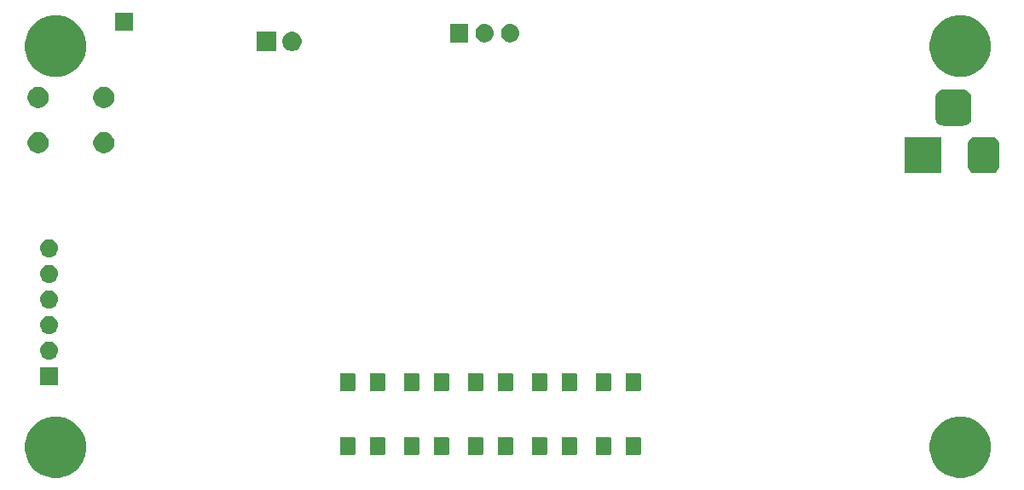
<source format=gbr>
G04 #@! TF.GenerationSoftware,KiCad,Pcbnew,(5.1.4)-1*
G04 #@! TF.CreationDate,2019-10-07T12:46:14-05:00*
G04 #@! TF.ProjectId,nightlight,6e696768-746c-4696-9768-742e6b696361,rev?*
G04 #@! TF.SameCoordinates,Original*
G04 #@! TF.FileFunction,Soldermask,Top*
G04 #@! TF.FilePolarity,Negative*
%FSLAX46Y46*%
G04 Gerber Fmt 4.6, Leading zero omitted, Abs format (unit mm)*
G04 Created by KiCad (PCBNEW (5.1.4)-1) date 2019-10-07 12:46:14*
%MOMM*%
%LPD*%
G04 APERTURE LIST*
%ADD10C,0.100000*%
G04 APERTURE END LIST*
D10*
G36*
X180849143Y-114719048D02*
G01*
X181404389Y-114949038D01*
X181404390Y-114949039D01*
X181904099Y-115282934D01*
X182329066Y-115707901D01*
X182329067Y-115707903D01*
X182662962Y-116207611D01*
X182892952Y-116762857D01*
X183010200Y-117352301D01*
X183010200Y-117953299D01*
X182892952Y-118542743D01*
X182662962Y-119097989D01*
X182662961Y-119097990D01*
X182329066Y-119597699D01*
X181904099Y-120022666D01*
X181652547Y-120190748D01*
X181404389Y-120356562D01*
X180849143Y-120586552D01*
X180259699Y-120703800D01*
X179658701Y-120703800D01*
X179069257Y-120586552D01*
X178514011Y-120356562D01*
X178265853Y-120190748D01*
X178014301Y-120022666D01*
X177589334Y-119597699D01*
X177255439Y-119097990D01*
X177255438Y-119097989D01*
X177025448Y-118542743D01*
X176908200Y-117953299D01*
X176908200Y-117352301D01*
X177025448Y-116762857D01*
X177255438Y-116207611D01*
X177589333Y-115707903D01*
X177589334Y-115707901D01*
X178014301Y-115282934D01*
X178514010Y-114949039D01*
X178514011Y-114949038D01*
X179069257Y-114719048D01*
X179658701Y-114601800D01*
X180259699Y-114601800D01*
X180849143Y-114719048D01*
X180849143Y-114719048D01*
G37*
G36*
X91009143Y-114719048D02*
G01*
X91564389Y-114949038D01*
X91564390Y-114949039D01*
X92064099Y-115282934D01*
X92489066Y-115707901D01*
X92489067Y-115707903D01*
X92822962Y-116207611D01*
X93052952Y-116762857D01*
X93170200Y-117352301D01*
X93170200Y-117953299D01*
X93052952Y-118542743D01*
X92822962Y-119097989D01*
X92822961Y-119097990D01*
X92489066Y-119597699D01*
X92064099Y-120022666D01*
X91812547Y-120190748D01*
X91564389Y-120356562D01*
X91009143Y-120586552D01*
X90419699Y-120703800D01*
X89818701Y-120703800D01*
X89229257Y-120586552D01*
X88674011Y-120356562D01*
X88425853Y-120190748D01*
X88174301Y-120022666D01*
X87749334Y-119597699D01*
X87415439Y-119097990D01*
X87415438Y-119097989D01*
X87185448Y-118542743D01*
X87068200Y-117953299D01*
X87068200Y-117352301D01*
X87185448Y-116762857D01*
X87415438Y-116207611D01*
X87749333Y-115707903D01*
X87749334Y-115707901D01*
X88174301Y-115282934D01*
X88674010Y-114949039D01*
X88674011Y-114949038D01*
X89229257Y-114719048D01*
X89818701Y-114601800D01*
X90419699Y-114601800D01*
X91009143Y-114719048D01*
X91009143Y-114719048D01*
G37*
G36*
X132424762Y-116629381D02*
G01*
X132459681Y-116639974D01*
X132491863Y-116657176D01*
X132520073Y-116680327D01*
X132543224Y-116708537D01*
X132560426Y-116740719D01*
X132571019Y-116775638D01*
X132575200Y-116818095D01*
X132575200Y-118284305D01*
X132571019Y-118326762D01*
X132560426Y-118361681D01*
X132543224Y-118393863D01*
X132520073Y-118422073D01*
X132491863Y-118445224D01*
X132459681Y-118462426D01*
X132424762Y-118473019D01*
X132382305Y-118477200D01*
X131241095Y-118477200D01*
X131198638Y-118473019D01*
X131163719Y-118462426D01*
X131131537Y-118445224D01*
X131103327Y-118422073D01*
X131080176Y-118393863D01*
X131062974Y-118361681D01*
X131052381Y-118326762D01*
X131048200Y-118284305D01*
X131048200Y-116818095D01*
X131052381Y-116775638D01*
X131062974Y-116740719D01*
X131080176Y-116708537D01*
X131103327Y-116680327D01*
X131131537Y-116657176D01*
X131163719Y-116639974D01*
X131198638Y-116629381D01*
X131241095Y-116625200D01*
X132382305Y-116625200D01*
X132424762Y-116629381D01*
X132424762Y-116629381D01*
G37*
G36*
X145124762Y-116629381D02*
G01*
X145159681Y-116639974D01*
X145191863Y-116657176D01*
X145220073Y-116680327D01*
X145243224Y-116708537D01*
X145260426Y-116740719D01*
X145271019Y-116775638D01*
X145275200Y-116818095D01*
X145275200Y-118284305D01*
X145271019Y-118326762D01*
X145260426Y-118361681D01*
X145243224Y-118393863D01*
X145220073Y-118422073D01*
X145191863Y-118445224D01*
X145159681Y-118462426D01*
X145124762Y-118473019D01*
X145082305Y-118477200D01*
X143941095Y-118477200D01*
X143898638Y-118473019D01*
X143863719Y-118462426D01*
X143831537Y-118445224D01*
X143803327Y-118422073D01*
X143780176Y-118393863D01*
X143762974Y-118361681D01*
X143752381Y-118326762D01*
X143748200Y-118284305D01*
X143748200Y-116818095D01*
X143752381Y-116775638D01*
X143762974Y-116740719D01*
X143780176Y-116708537D01*
X143803327Y-116680327D01*
X143831537Y-116657176D01*
X143863719Y-116639974D01*
X143898638Y-116629381D01*
X143941095Y-116625200D01*
X145082305Y-116625200D01*
X145124762Y-116629381D01*
X145124762Y-116629381D01*
G37*
G36*
X148099762Y-116629381D02*
G01*
X148134681Y-116639974D01*
X148166863Y-116657176D01*
X148195073Y-116680327D01*
X148218224Y-116708537D01*
X148235426Y-116740719D01*
X148246019Y-116775638D01*
X148250200Y-116818095D01*
X148250200Y-118284305D01*
X148246019Y-118326762D01*
X148235426Y-118361681D01*
X148218224Y-118393863D01*
X148195073Y-118422073D01*
X148166863Y-118445224D01*
X148134681Y-118462426D01*
X148099762Y-118473019D01*
X148057305Y-118477200D01*
X146916095Y-118477200D01*
X146873638Y-118473019D01*
X146838719Y-118462426D01*
X146806537Y-118445224D01*
X146778327Y-118422073D01*
X146755176Y-118393863D01*
X146737974Y-118361681D01*
X146727381Y-118326762D01*
X146723200Y-118284305D01*
X146723200Y-116818095D01*
X146727381Y-116775638D01*
X146737974Y-116740719D01*
X146755176Y-116708537D01*
X146778327Y-116680327D01*
X146806537Y-116657176D01*
X146838719Y-116639974D01*
X146873638Y-116629381D01*
X146916095Y-116625200D01*
X148057305Y-116625200D01*
X148099762Y-116629381D01*
X148099762Y-116629381D01*
G37*
G36*
X141749762Y-116629381D02*
G01*
X141784681Y-116639974D01*
X141816863Y-116657176D01*
X141845073Y-116680327D01*
X141868224Y-116708537D01*
X141885426Y-116740719D01*
X141896019Y-116775638D01*
X141900200Y-116818095D01*
X141900200Y-118284305D01*
X141896019Y-118326762D01*
X141885426Y-118361681D01*
X141868224Y-118393863D01*
X141845073Y-118422073D01*
X141816863Y-118445224D01*
X141784681Y-118462426D01*
X141749762Y-118473019D01*
X141707305Y-118477200D01*
X140566095Y-118477200D01*
X140523638Y-118473019D01*
X140488719Y-118462426D01*
X140456537Y-118445224D01*
X140428327Y-118422073D01*
X140405176Y-118393863D01*
X140387974Y-118361681D01*
X140377381Y-118326762D01*
X140373200Y-118284305D01*
X140373200Y-116818095D01*
X140377381Y-116775638D01*
X140387974Y-116740719D01*
X140405176Y-116708537D01*
X140428327Y-116680327D01*
X140456537Y-116657176D01*
X140488719Y-116639974D01*
X140523638Y-116629381D01*
X140566095Y-116625200D01*
X141707305Y-116625200D01*
X141749762Y-116629381D01*
X141749762Y-116629381D01*
G37*
G36*
X135399762Y-116629381D02*
G01*
X135434681Y-116639974D01*
X135466863Y-116657176D01*
X135495073Y-116680327D01*
X135518224Y-116708537D01*
X135535426Y-116740719D01*
X135546019Y-116775638D01*
X135550200Y-116818095D01*
X135550200Y-118284305D01*
X135546019Y-118326762D01*
X135535426Y-118361681D01*
X135518224Y-118393863D01*
X135495073Y-118422073D01*
X135466863Y-118445224D01*
X135434681Y-118462426D01*
X135399762Y-118473019D01*
X135357305Y-118477200D01*
X134216095Y-118477200D01*
X134173638Y-118473019D01*
X134138719Y-118462426D01*
X134106537Y-118445224D01*
X134078327Y-118422073D01*
X134055176Y-118393863D01*
X134037974Y-118361681D01*
X134027381Y-118326762D01*
X134023200Y-118284305D01*
X134023200Y-116818095D01*
X134027381Y-116775638D01*
X134037974Y-116740719D01*
X134055176Y-116708537D01*
X134078327Y-116680327D01*
X134106537Y-116657176D01*
X134138719Y-116639974D01*
X134173638Y-116629381D01*
X134216095Y-116625200D01*
X135357305Y-116625200D01*
X135399762Y-116629381D01*
X135399762Y-116629381D01*
G37*
G36*
X126074762Y-116629381D02*
G01*
X126109681Y-116639974D01*
X126141863Y-116657176D01*
X126170073Y-116680327D01*
X126193224Y-116708537D01*
X126210426Y-116740719D01*
X126221019Y-116775638D01*
X126225200Y-116818095D01*
X126225200Y-118284305D01*
X126221019Y-118326762D01*
X126210426Y-118361681D01*
X126193224Y-118393863D01*
X126170073Y-118422073D01*
X126141863Y-118445224D01*
X126109681Y-118462426D01*
X126074762Y-118473019D01*
X126032305Y-118477200D01*
X124891095Y-118477200D01*
X124848638Y-118473019D01*
X124813719Y-118462426D01*
X124781537Y-118445224D01*
X124753327Y-118422073D01*
X124730176Y-118393863D01*
X124712974Y-118361681D01*
X124702381Y-118326762D01*
X124698200Y-118284305D01*
X124698200Y-116818095D01*
X124702381Y-116775638D01*
X124712974Y-116740719D01*
X124730176Y-116708537D01*
X124753327Y-116680327D01*
X124781537Y-116657176D01*
X124813719Y-116639974D01*
X124848638Y-116629381D01*
X124891095Y-116625200D01*
X126032305Y-116625200D01*
X126074762Y-116629381D01*
X126074762Y-116629381D01*
G37*
G36*
X129049762Y-116629381D02*
G01*
X129084681Y-116639974D01*
X129116863Y-116657176D01*
X129145073Y-116680327D01*
X129168224Y-116708537D01*
X129185426Y-116740719D01*
X129196019Y-116775638D01*
X129200200Y-116818095D01*
X129200200Y-118284305D01*
X129196019Y-118326762D01*
X129185426Y-118361681D01*
X129168224Y-118393863D01*
X129145073Y-118422073D01*
X129116863Y-118445224D01*
X129084681Y-118462426D01*
X129049762Y-118473019D01*
X129007305Y-118477200D01*
X127866095Y-118477200D01*
X127823638Y-118473019D01*
X127788719Y-118462426D01*
X127756537Y-118445224D01*
X127728327Y-118422073D01*
X127705176Y-118393863D01*
X127687974Y-118361681D01*
X127677381Y-118326762D01*
X127673200Y-118284305D01*
X127673200Y-116818095D01*
X127677381Y-116775638D01*
X127687974Y-116740719D01*
X127705176Y-116708537D01*
X127728327Y-116680327D01*
X127756537Y-116657176D01*
X127788719Y-116639974D01*
X127823638Y-116629381D01*
X127866095Y-116625200D01*
X129007305Y-116625200D01*
X129049762Y-116629381D01*
X129049762Y-116629381D01*
G37*
G36*
X119724762Y-116629381D02*
G01*
X119759681Y-116639974D01*
X119791863Y-116657176D01*
X119820073Y-116680327D01*
X119843224Y-116708537D01*
X119860426Y-116740719D01*
X119871019Y-116775638D01*
X119875200Y-116818095D01*
X119875200Y-118284305D01*
X119871019Y-118326762D01*
X119860426Y-118361681D01*
X119843224Y-118393863D01*
X119820073Y-118422073D01*
X119791863Y-118445224D01*
X119759681Y-118462426D01*
X119724762Y-118473019D01*
X119682305Y-118477200D01*
X118541095Y-118477200D01*
X118498638Y-118473019D01*
X118463719Y-118462426D01*
X118431537Y-118445224D01*
X118403327Y-118422073D01*
X118380176Y-118393863D01*
X118362974Y-118361681D01*
X118352381Y-118326762D01*
X118348200Y-118284305D01*
X118348200Y-116818095D01*
X118352381Y-116775638D01*
X118362974Y-116740719D01*
X118380176Y-116708537D01*
X118403327Y-116680327D01*
X118431537Y-116657176D01*
X118463719Y-116639974D01*
X118498638Y-116629381D01*
X118541095Y-116625200D01*
X119682305Y-116625200D01*
X119724762Y-116629381D01*
X119724762Y-116629381D01*
G37*
G36*
X122699762Y-116629381D02*
G01*
X122734681Y-116639974D01*
X122766863Y-116657176D01*
X122795073Y-116680327D01*
X122818224Y-116708537D01*
X122835426Y-116740719D01*
X122846019Y-116775638D01*
X122850200Y-116818095D01*
X122850200Y-118284305D01*
X122846019Y-118326762D01*
X122835426Y-118361681D01*
X122818224Y-118393863D01*
X122795073Y-118422073D01*
X122766863Y-118445224D01*
X122734681Y-118462426D01*
X122699762Y-118473019D01*
X122657305Y-118477200D01*
X121516095Y-118477200D01*
X121473638Y-118473019D01*
X121438719Y-118462426D01*
X121406537Y-118445224D01*
X121378327Y-118422073D01*
X121355176Y-118393863D01*
X121337974Y-118361681D01*
X121327381Y-118326762D01*
X121323200Y-118284305D01*
X121323200Y-116818095D01*
X121327381Y-116775638D01*
X121337974Y-116740719D01*
X121355176Y-116708537D01*
X121378327Y-116680327D01*
X121406537Y-116657176D01*
X121438719Y-116639974D01*
X121473638Y-116629381D01*
X121516095Y-116625200D01*
X122657305Y-116625200D01*
X122699762Y-116629381D01*
X122699762Y-116629381D01*
G37*
G36*
X138774762Y-116629381D02*
G01*
X138809681Y-116639974D01*
X138841863Y-116657176D01*
X138870073Y-116680327D01*
X138893224Y-116708537D01*
X138910426Y-116740719D01*
X138921019Y-116775638D01*
X138925200Y-116818095D01*
X138925200Y-118284305D01*
X138921019Y-118326762D01*
X138910426Y-118361681D01*
X138893224Y-118393863D01*
X138870073Y-118422073D01*
X138841863Y-118445224D01*
X138809681Y-118462426D01*
X138774762Y-118473019D01*
X138732305Y-118477200D01*
X137591095Y-118477200D01*
X137548638Y-118473019D01*
X137513719Y-118462426D01*
X137481537Y-118445224D01*
X137453327Y-118422073D01*
X137430176Y-118393863D01*
X137412974Y-118361681D01*
X137402381Y-118326762D01*
X137398200Y-118284305D01*
X137398200Y-116818095D01*
X137402381Y-116775638D01*
X137412974Y-116740719D01*
X137430176Y-116708537D01*
X137453327Y-116680327D01*
X137481537Y-116657176D01*
X137513719Y-116639974D01*
X137548638Y-116629381D01*
X137591095Y-116625200D01*
X138732305Y-116625200D01*
X138774762Y-116629381D01*
X138774762Y-116629381D01*
G37*
G36*
X122699762Y-110279381D02*
G01*
X122734681Y-110289974D01*
X122766863Y-110307176D01*
X122795073Y-110330327D01*
X122818224Y-110358537D01*
X122835426Y-110390719D01*
X122846019Y-110425638D01*
X122850200Y-110468095D01*
X122850200Y-111934305D01*
X122846019Y-111976762D01*
X122835426Y-112011681D01*
X122818224Y-112043863D01*
X122795073Y-112072073D01*
X122766863Y-112095224D01*
X122734681Y-112112426D01*
X122699762Y-112123019D01*
X122657305Y-112127200D01*
X121516095Y-112127200D01*
X121473638Y-112123019D01*
X121438719Y-112112426D01*
X121406537Y-112095224D01*
X121378327Y-112072073D01*
X121355176Y-112043863D01*
X121337974Y-112011681D01*
X121327381Y-111976762D01*
X121323200Y-111934305D01*
X121323200Y-110468095D01*
X121327381Y-110425638D01*
X121337974Y-110390719D01*
X121355176Y-110358537D01*
X121378327Y-110330327D01*
X121406537Y-110307176D01*
X121438719Y-110289974D01*
X121473638Y-110279381D01*
X121516095Y-110275200D01*
X122657305Y-110275200D01*
X122699762Y-110279381D01*
X122699762Y-110279381D01*
G37*
G36*
X129049762Y-110279381D02*
G01*
X129084681Y-110289974D01*
X129116863Y-110307176D01*
X129145073Y-110330327D01*
X129168224Y-110358537D01*
X129185426Y-110390719D01*
X129196019Y-110425638D01*
X129200200Y-110468095D01*
X129200200Y-111934305D01*
X129196019Y-111976762D01*
X129185426Y-112011681D01*
X129168224Y-112043863D01*
X129145073Y-112072073D01*
X129116863Y-112095224D01*
X129084681Y-112112426D01*
X129049762Y-112123019D01*
X129007305Y-112127200D01*
X127866095Y-112127200D01*
X127823638Y-112123019D01*
X127788719Y-112112426D01*
X127756537Y-112095224D01*
X127728327Y-112072073D01*
X127705176Y-112043863D01*
X127687974Y-112011681D01*
X127677381Y-111976762D01*
X127673200Y-111934305D01*
X127673200Y-110468095D01*
X127677381Y-110425638D01*
X127687974Y-110390719D01*
X127705176Y-110358537D01*
X127728327Y-110330327D01*
X127756537Y-110307176D01*
X127788719Y-110289974D01*
X127823638Y-110279381D01*
X127866095Y-110275200D01*
X129007305Y-110275200D01*
X129049762Y-110279381D01*
X129049762Y-110279381D01*
G37*
G36*
X119724762Y-110279381D02*
G01*
X119759681Y-110289974D01*
X119791863Y-110307176D01*
X119820073Y-110330327D01*
X119843224Y-110358537D01*
X119860426Y-110390719D01*
X119871019Y-110425638D01*
X119875200Y-110468095D01*
X119875200Y-111934305D01*
X119871019Y-111976762D01*
X119860426Y-112011681D01*
X119843224Y-112043863D01*
X119820073Y-112072073D01*
X119791863Y-112095224D01*
X119759681Y-112112426D01*
X119724762Y-112123019D01*
X119682305Y-112127200D01*
X118541095Y-112127200D01*
X118498638Y-112123019D01*
X118463719Y-112112426D01*
X118431537Y-112095224D01*
X118403327Y-112072073D01*
X118380176Y-112043863D01*
X118362974Y-112011681D01*
X118352381Y-111976762D01*
X118348200Y-111934305D01*
X118348200Y-110468095D01*
X118352381Y-110425638D01*
X118362974Y-110390719D01*
X118380176Y-110358537D01*
X118403327Y-110330327D01*
X118431537Y-110307176D01*
X118463719Y-110289974D01*
X118498638Y-110279381D01*
X118541095Y-110275200D01*
X119682305Y-110275200D01*
X119724762Y-110279381D01*
X119724762Y-110279381D01*
G37*
G36*
X132424762Y-110279381D02*
G01*
X132459681Y-110289974D01*
X132491863Y-110307176D01*
X132520073Y-110330327D01*
X132543224Y-110358537D01*
X132560426Y-110390719D01*
X132571019Y-110425638D01*
X132575200Y-110468095D01*
X132575200Y-111934305D01*
X132571019Y-111976762D01*
X132560426Y-112011681D01*
X132543224Y-112043863D01*
X132520073Y-112072073D01*
X132491863Y-112095224D01*
X132459681Y-112112426D01*
X132424762Y-112123019D01*
X132382305Y-112127200D01*
X131241095Y-112127200D01*
X131198638Y-112123019D01*
X131163719Y-112112426D01*
X131131537Y-112095224D01*
X131103327Y-112072073D01*
X131080176Y-112043863D01*
X131062974Y-112011681D01*
X131052381Y-111976762D01*
X131048200Y-111934305D01*
X131048200Y-110468095D01*
X131052381Y-110425638D01*
X131062974Y-110390719D01*
X131080176Y-110358537D01*
X131103327Y-110330327D01*
X131131537Y-110307176D01*
X131163719Y-110289974D01*
X131198638Y-110279381D01*
X131241095Y-110275200D01*
X132382305Y-110275200D01*
X132424762Y-110279381D01*
X132424762Y-110279381D01*
G37*
G36*
X148099762Y-110279381D02*
G01*
X148134681Y-110289974D01*
X148166863Y-110307176D01*
X148195073Y-110330327D01*
X148218224Y-110358537D01*
X148235426Y-110390719D01*
X148246019Y-110425638D01*
X148250200Y-110468095D01*
X148250200Y-111934305D01*
X148246019Y-111976762D01*
X148235426Y-112011681D01*
X148218224Y-112043863D01*
X148195073Y-112072073D01*
X148166863Y-112095224D01*
X148134681Y-112112426D01*
X148099762Y-112123019D01*
X148057305Y-112127200D01*
X146916095Y-112127200D01*
X146873638Y-112123019D01*
X146838719Y-112112426D01*
X146806537Y-112095224D01*
X146778327Y-112072073D01*
X146755176Y-112043863D01*
X146737974Y-112011681D01*
X146727381Y-111976762D01*
X146723200Y-111934305D01*
X146723200Y-110468095D01*
X146727381Y-110425638D01*
X146737974Y-110390719D01*
X146755176Y-110358537D01*
X146778327Y-110330327D01*
X146806537Y-110307176D01*
X146838719Y-110289974D01*
X146873638Y-110279381D01*
X146916095Y-110275200D01*
X148057305Y-110275200D01*
X148099762Y-110279381D01*
X148099762Y-110279381D01*
G37*
G36*
X141749762Y-110279381D02*
G01*
X141784681Y-110289974D01*
X141816863Y-110307176D01*
X141845073Y-110330327D01*
X141868224Y-110358537D01*
X141885426Y-110390719D01*
X141896019Y-110425638D01*
X141900200Y-110468095D01*
X141900200Y-111934305D01*
X141896019Y-111976762D01*
X141885426Y-112011681D01*
X141868224Y-112043863D01*
X141845073Y-112072073D01*
X141816863Y-112095224D01*
X141784681Y-112112426D01*
X141749762Y-112123019D01*
X141707305Y-112127200D01*
X140566095Y-112127200D01*
X140523638Y-112123019D01*
X140488719Y-112112426D01*
X140456537Y-112095224D01*
X140428327Y-112072073D01*
X140405176Y-112043863D01*
X140387974Y-112011681D01*
X140377381Y-111976762D01*
X140373200Y-111934305D01*
X140373200Y-110468095D01*
X140377381Y-110425638D01*
X140387974Y-110390719D01*
X140405176Y-110358537D01*
X140428327Y-110330327D01*
X140456537Y-110307176D01*
X140488719Y-110289974D01*
X140523638Y-110279381D01*
X140566095Y-110275200D01*
X141707305Y-110275200D01*
X141749762Y-110279381D01*
X141749762Y-110279381D01*
G37*
G36*
X135399762Y-110279381D02*
G01*
X135434681Y-110289974D01*
X135466863Y-110307176D01*
X135495073Y-110330327D01*
X135518224Y-110358537D01*
X135535426Y-110390719D01*
X135546019Y-110425638D01*
X135550200Y-110468095D01*
X135550200Y-111934305D01*
X135546019Y-111976762D01*
X135535426Y-112011681D01*
X135518224Y-112043863D01*
X135495073Y-112072073D01*
X135466863Y-112095224D01*
X135434681Y-112112426D01*
X135399762Y-112123019D01*
X135357305Y-112127200D01*
X134216095Y-112127200D01*
X134173638Y-112123019D01*
X134138719Y-112112426D01*
X134106537Y-112095224D01*
X134078327Y-112072073D01*
X134055176Y-112043863D01*
X134037974Y-112011681D01*
X134027381Y-111976762D01*
X134023200Y-111934305D01*
X134023200Y-110468095D01*
X134027381Y-110425638D01*
X134037974Y-110390719D01*
X134055176Y-110358537D01*
X134078327Y-110330327D01*
X134106537Y-110307176D01*
X134138719Y-110289974D01*
X134173638Y-110279381D01*
X134216095Y-110275200D01*
X135357305Y-110275200D01*
X135399762Y-110279381D01*
X135399762Y-110279381D01*
G37*
G36*
X126074762Y-110279381D02*
G01*
X126109681Y-110289974D01*
X126141863Y-110307176D01*
X126170073Y-110330327D01*
X126193224Y-110358537D01*
X126210426Y-110390719D01*
X126221019Y-110425638D01*
X126225200Y-110468095D01*
X126225200Y-111934305D01*
X126221019Y-111976762D01*
X126210426Y-112011681D01*
X126193224Y-112043863D01*
X126170073Y-112072073D01*
X126141863Y-112095224D01*
X126109681Y-112112426D01*
X126074762Y-112123019D01*
X126032305Y-112127200D01*
X124891095Y-112127200D01*
X124848638Y-112123019D01*
X124813719Y-112112426D01*
X124781537Y-112095224D01*
X124753327Y-112072073D01*
X124730176Y-112043863D01*
X124712974Y-112011681D01*
X124702381Y-111976762D01*
X124698200Y-111934305D01*
X124698200Y-110468095D01*
X124702381Y-110425638D01*
X124712974Y-110390719D01*
X124730176Y-110358537D01*
X124753327Y-110330327D01*
X124781537Y-110307176D01*
X124813719Y-110289974D01*
X124848638Y-110279381D01*
X124891095Y-110275200D01*
X126032305Y-110275200D01*
X126074762Y-110279381D01*
X126074762Y-110279381D01*
G37*
G36*
X138774762Y-110279381D02*
G01*
X138809681Y-110289974D01*
X138841863Y-110307176D01*
X138870073Y-110330327D01*
X138893224Y-110358537D01*
X138910426Y-110390719D01*
X138921019Y-110425638D01*
X138925200Y-110468095D01*
X138925200Y-111934305D01*
X138921019Y-111976762D01*
X138910426Y-112011681D01*
X138893224Y-112043863D01*
X138870073Y-112072073D01*
X138841863Y-112095224D01*
X138809681Y-112112426D01*
X138774762Y-112123019D01*
X138732305Y-112127200D01*
X137591095Y-112127200D01*
X137548638Y-112123019D01*
X137513719Y-112112426D01*
X137481537Y-112095224D01*
X137453327Y-112072073D01*
X137430176Y-112043863D01*
X137412974Y-112011681D01*
X137402381Y-111976762D01*
X137398200Y-111934305D01*
X137398200Y-110468095D01*
X137402381Y-110425638D01*
X137412974Y-110390719D01*
X137430176Y-110358537D01*
X137453327Y-110330327D01*
X137481537Y-110307176D01*
X137513719Y-110289974D01*
X137548638Y-110279381D01*
X137591095Y-110275200D01*
X138732305Y-110275200D01*
X138774762Y-110279381D01*
X138774762Y-110279381D01*
G37*
G36*
X145124762Y-110279381D02*
G01*
X145159681Y-110289974D01*
X145191863Y-110307176D01*
X145220073Y-110330327D01*
X145243224Y-110358537D01*
X145260426Y-110390719D01*
X145271019Y-110425638D01*
X145275200Y-110468095D01*
X145275200Y-111934305D01*
X145271019Y-111976762D01*
X145260426Y-112011681D01*
X145243224Y-112043863D01*
X145220073Y-112072073D01*
X145191863Y-112095224D01*
X145159681Y-112112426D01*
X145124762Y-112123019D01*
X145082305Y-112127200D01*
X143941095Y-112127200D01*
X143898638Y-112123019D01*
X143863719Y-112112426D01*
X143831537Y-112095224D01*
X143803327Y-112072073D01*
X143780176Y-112043863D01*
X143762974Y-112011681D01*
X143752381Y-111976762D01*
X143748200Y-111934305D01*
X143748200Y-110468095D01*
X143752381Y-110425638D01*
X143762974Y-110390719D01*
X143780176Y-110358537D01*
X143803327Y-110330327D01*
X143831537Y-110307176D01*
X143863719Y-110289974D01*
X143898638Y-110279381D01*
X143941095Y-110275200D01*
X145082305Y-110275200D01*
X145124762Y-110279381D01*
X145124762Y-110279381D01*
G37*
G36*
X90369499Y-111488801D02*
G01*
X88567499Y-111488801D01*
X88567499Y-109686801D01*
X90369499Y-109686801D01*
X90369499Y-111488801D01*
X90369499Y-111488801D01*
G37*
G36*
X89578941Y-107153319D02*
G01*
X89645126Y-107159838D01*
X89814965Y-107211358D01*
X89971490Y-107295023D01*
X90007228Y-107324353D01*
X90108685Y-107407615D01*
X90191947Y-107509072D01*
X90221277Y-107544810D01*
X90304942Y-107701335D01*
X90356462Y-107871174D01*
X90373858Y-108047801D01*
X90356462Y-108224428D01*
X90304942Y-108394267D01*
X90221277Y-108550792D01*
X90191947Y-108586530D01*
X90108685Y-108687987D01*
X90007228Y-108771249D01*
X89971490Y-108800579D01*
X89814965Y-108884244D01*
X89645126Y-108935764D01*
X89578941Y-108942283D01*
X89512759Y-108948801D01*
X89424239Y-108948801D01*
X89358057Y-108942283D01*
X89291872Y-108935764D01*
X89122033Y-108884244D01*
X88965508Y-108800579D01*
X88929770Y-108771249D01*
X88828313Y-108687987D01*
X88745051Y-108586530D01*
X88715721Y-108550792D01*
X88632056Y-108394267D01*
X88580536Y-108224428D01*
X88563140Y-108047801D01*
X88580536Y-107871174D01*
X88632056Y-107701335D01*
X88715721Y-107544810D01*
X88745051Y-107509072D01*
X88828313Y-107407615D01*
X88929770Y-107324353D01*
X88965508Y-107295023D01*
X89122033Y-107211358D01*
X89291872Y-107159838D01*
X89358057Y-107153319D01*
X89424239Y-107146801D01*
X89512759Y-107146801D01*
X89578941Y-107153319D01*
X89578941Y-107153319D01*
G37*
G36*
X89578942Y-104613320D02*
G01*
X89645126Y-104619838D01*
X89814965Y-104671358D01*
X89971490Y-104755023D01*
X90007228Y-104784353D01*
X90108685Y-104867615D01*
X90191947Y-104969072D01*
X90221277Y-105004810D01*
X90304942Y-105161335D01*
X90356462Y-105331174D01*
X90373858Y-105507801D01*
X90356462Y-105684428D01*
X90304942Y-105854267D01*
X90221277Y-106010792D01*
X90191947Y-106046530D01*
X90108685Y-106147987D01*
X90007228Y-106231249D01*
X89971490Y-106260579D01*
X89814965Y-106344244D01*
X89645126Y-106395764D01*
X89578941Y-106402283D01*
X89512759Y-106408801D01*
X89424239Y-106408801D01*
X89358057Y-106402283D01*
X89291872Y-106395764D01*
X89122033Y-106344244D01*
X88965508Y-106260579D01*
X88929770Y-106231249D01*
X88828313Y-106147987D01*
X88745051Y-106046530D01*
X88715721Y-106010792D01*
X88632056Y-105854267D01*
X88580536Y-105684428D01*
X88563140Y-105507801D01*
X88580536Y-105331174D01*
X88632056Y-105161335D01*
X88715721Y-105004810D01*
X88745051Y-104969072D01*
X88828313Y-104867615D01*
X88929770Y-104784353D01*
X88965508Y-104755023D01*
X89122033Y-104671358D01*
X89291872Y-104619838D01*
X89358056Y-104613320D01*
X89424239Y-104606801D01*
X89512759Y-104606801D01*
X89578942Y-104613320D01*
X89578942Y-104613320D01*
G37*
G36*
X89578941Y-102073319D02*
G01*
X89645126Y-102079838D01*
X89814965Y-102131358D01*
X89971490Y-102215023D01*
X90007228Y-102244353D01*
X90108685Y-102327615D01*
X90191947Y-102429072D01*
X90221277Y-102464810D01*
X90304942Y-102621335D01*
X90356462Y-102791174D01*
X90373858Y-102967801D01*
X90356462Y-103144428D01*
X90304942Y-103314267D01*
X90221277Y-103470792D01*
X90191947Y-103506530D01*
X90108685Y-103607987D01*
X90007228Y-103691249D01*
X89971490Y-103720579D01*
X89814965Y-103804244D01*
X89645126Y-103855764D01*
X89578942Y-103862282D01*
X89512759Y-103868801D01*
X89424239Y-103868801D01*
X89358056Y-103862282D01*
X89291872Y-103855764D01*
X89122033Y-103804244D01*
X88965508Y-103720579D01*
X88929770Y-103691249D01*
X88828313Y-103607987D01*
X88745051Y-103506530D01*
X88715721Y-103470792D01*
X88632056Y-103314267D01*
X88580536Y-103144428D01*
X88563140Y-102967801D01*
X88580536Y-102791174D01*
X88632056Y-102621335D01*
X88715721Y-102464810D01*
X88745051Y-102429072D01*
X88828313Y-102327615D01*
X88929770Y-102244353D01*
X88965508Y-102215023D01*
X89122033Y-102131358D01*
X89291872Y-102079838D01*
X89358056Y-102073320D01*
X89424239Y-102066801D01*
X89512759Y-102066801D01*
X89578941Y-102073319D01*
X89578941Y-102073319D01*
G37*
G36*
X89578942Y-99533320D02*
G01*
X89645126Y-99539838D01*
X89814965Y-99591358D01*
X89971490Y-99675023D01*
X90007228Y-99704353D01*
X90108685Y-99787615D01*
X90191947Y-99889072D01*
X90221277Y-99924810D01*
X90304942Y-100081335D01*
X90356462Y-100251174D01*
X90373858Y-100427801D01*
X90356462Y-100604428D01*
X90304942Y-100774267D01*
X90221277Y-100930792D01*
X90191947Y-100966530D01*
X90108685Y-101067987D01*
X90007228Y-101151249D01*
X89971490Y-101180579D01*
X89814965Y-101264244D01*
X89645126Y-101315764D01*
X89578941Y-101322283D01*
X89512759Y-101328801D01*
X89424239Y-101328801D01*
X89358057Y-101322283D01*
X89291872Y-101315764D01*
X89122033Y-101264244D01*
X88965508Y-101180579D01*
X88929770Y-101151249D01*
X88828313Y-101067987D01*
X88745051Y-100966530D01*
X88715721Y-100930792D01*
X88632056Y-100774267D01*
X88580536Y-100604428D01*
X88563140Y-100427801D01*
X88580536Y-100251174D01*
X88632056Y-100081335D01*
X88715721Y-99924810D01*
X88745051Y-99889072D01*
X88828313Y-99787615D01*
X88929770Y-99704353D01*
X88965508Y-99675023D01*
X89122033Y-99591358D01*
X89291872Y-99539838D01*
X89358056Y-99533320D01*
X89424239Y-99526801D01*
X89512759Y-99526801D01*
X89578942Y-99533320D01*
X89578942Y-99533320D01*
G37*
G36*
X89578941Y-96993319D02*
G01*
X89645126Y-96999838D01*
X89814965Y-97051358D01*
X89971490Y-97135023D01*
X90007228Y-97164353D01*
X90108685Y-97247615D01*
X90191947Y-97349072D01*
X90221277Y-97384810D01*
X90304942Y-97541335D01*
X90356462Y-97711174D01*
X90373858Y-97887801D01*
X90356462Y-98064428D01*
X90304942Y-98234267D01*
X90221277Y-98390792D01*
X90191947Y-98426530D01*
X90108685Y-98527987D01*
X90007228Y-98611249D01*
X89971490Y-98640579D01*
X89814965Y-98724244D01*
X89645126Y-98775764D01*
X89578942Y-98782282D01*
X89512759Y-98788801D01*
X89424239Y-98788801D01*
X89358057Y-98782283D01*
X89291872Y-98775764D01*
X89122033Y-98724244D01*
X88965508Y-98640579D01*
X88929770Y-98611249D01*
X88828313Y-98527987D01*
X88745051Y-98426530D01*
X88715721Y-98390792D01*
X88632056Y-98234267D01*
X88580536Y-98064428D01*
X88563140Y-97887801D01*
X88580536Y-97711174D01*
X88632056Y-97541335D01*
X88715721Y-97384810D01*
X88745051Y-97349072D01*
X88828313Y-97247615D01*
X88929770Y-97164353D01*
X88965508Y-97135023D01*
X89122033Y-97051358D01*
X89291872Y-96999838D01*
X89358056Y-96993320D01*
X89424239Y-96986801D01*
X89512759Y-96986801D01*
X89578941Y-96993319D01*
X89578941Y-96993319D01*
G37*
G36*
X183234679Y-86846593D02*
G01*
X183368325Y-86887134D01*
X183491484Y-86952964D01*
X183599440Y-87041560D01*
X183688036Y-87149516D01*
X183753866Y-87272675D01*
X183794407Y-87406321D01*
X183808700Y-87551440D01*
X183808700Y-89715160D01*
X183794407Y-89860279D01*
X183753866Y-89993925D01*
X183688036Y-90117084D01*
X183599440Y-90225040D01*
X183491484Y-90313636D01*
X183368325Y-90379466D01*
X183234679Y-90420007D01*
X183089560Y-90434300D01*
X181425840Y-90434300D01*
X181280721Y-90420007D01*
X181147075Y-90379466D01*
X181023916Y-90313636D01*
X180915960Y-90225040D01*
X180827364Y-90117084D01*
X180761534Y-89993925D01*
X180720993Y-89860279D01*
X180706700Y-89715160D01*
X180706700Y-87551440D01*
X180720993Y-87406321D01*
X180761534Y-87272675D01*
X180827364Y-87149516D01*
X180915960Y-87041560D01*
X181023916Y-86952964D01*
X181147075Y-86887134D01*
X181280721Y-86846593D01*
X181425840Y-86832300D01*
X183089560Y-86832300D01*
X183234679Y-86846593D01*
X183234679Y-86846593D01*
G37*
G36*
X178058700Y-90434300D02*
G01*
X174456700Y-90434300D01*
X174456700Y-86832300D01*
X178058700Y-86832300D01*
X178058700Y-90434300D01*
X178058700Y-90434300D01*
G37*
G36*
X95200964Y-86394989D02*
G01*
X95392233Y-86474215D01*
X95392235Y-86474216D01*
X95564373Y-86589235D01*
X95710765Y-86735627D01*
X95825785Y-86907767D01*
X95905011Y-87099036D01*
X95945400Y-87302084D01*
X95945400Y-87509116D01*
X95905011Y-87712164D01*
X95825785Y-87903433D01*
X95825784Y-87903435D01*
X95710765Y-88075573D01*
X95564373Y-88221965D01*
X95392235Y-88336984D01*
X95392234Y-88336985D01*
X95392233Y-88336985D01*
X95200964Y-88416211D01*
X94997916Y-88456600D01*
X94790884Y-88456600D01*
X94587836Y-88416211D01*
X94396567Y-88336985D01*
X94396566Y-88336985D01*
X94396565Y-88336984D01*
X94224427Y-88221965D01*
X94078035Y-88075573D01*
X93963016Y-87903435D01*
X93963015Y-87903433D01*
X93883789Y-87712164D01*
X93843400Y-87509116D01*
X93843400Y-87302084D01*
X93883789Y-87099036D01*
X93963015Y-86907767D01*
X94078035Y-86735627D01*
X94224427Y-86589235D01*
X94396565Y-86474216D01*
X94396567Y-86474215D01*
X94587836Y-86394989D01*
X94790884Y-86354600D01*
X94997916Y-86354600D01*
X95200964Y-86394989D01*
X95200964Y-86394989D01*
G37*
G36*
X88700964Y-86394989D02*
G01*
X88892233Y-86474215D01*
X88892235Y-86474216D01*
X89064373Y-86589235D01*
X89210765Y-86735627D01*
X89325785Y-86907767D01*
X89405011Y-87099036D01*
X89445400Y-87302084D01*
X89445400Y-87509116D01*
X89405011Y-87712164D01*
X89325785Y-87903433D01*
X89325784Y-87903435D01*
X89210765Y-88075573D01*
X89064373Y-88221965D01*
X88892235Y-88336984D01*
X88892234Y-88336985D01*
X88892233Y-88336985D01*
X88700964Y-88416211D01*
X88497916Y-88456600D01*
X88290884Y-88456600D01*
X88087836Y-88416211D01*
X87896567Y-88336985D01*
X87896566Y-88336985D01*
X87896565Y-88336984D01*
X87724427Y-88221965D01*
X87578035Y-88075573D01*
X87463016Y-87903435D01*
X87463015Y-87903433D01*
X87383789Y-87712164D01*
X87343400Y-87509116D01*
X87343400Y-87302084D01*
X87383789Y-87099036D01*
X87463015Y-86907767D01*
X87578035Y-86735627D01*
X87724427Y-86589235D01*
X87896565Y-86474216D01*
X87896567Y-86474215D01*
X88087836Y-86394989D01*
X88290884Y-86354600D01*
X88497916Y-86354600D01*
X88700964Y-86394989D01*
X88700964Y-86394989D01*
G37*
G36*
X180384066Y-82148995D02*
G01*
X180541160Y-82196649D01*
X180685931Y-82274031D01*
X180812828Y-82378172D01*
X180916969Y-82505069D01*
X180994351Y-82649840D01*
X181042005Y-82806934D01*
X181058700Y-82976440D01*
X181058700Y-84890160D01*
X181042005Y-85059666D01*
X180994351Y-85216760D01*
X180916969Y-85361531D01*
X180812828Y-85488428D01*
X180685931Y-85592569D01*
X180541160Y-85669951D01*
X180384066Y-85717605D01*
X180214560Y-85734300D01*
X178300840Y-85734300D01*
X178131334Y-85717605D01*
X177974240Y-85669951D01*
X177829469Y-85592569D01*
X177702572Y-85488428D01*
X177598431Y-85361531D01*
X177521049Y-85216760D01*
X177473395Y-85059666D01*
X177456700Y-84890160D01*
X177456700Y-82976440D01*
X177473395Y-82806934D01*
X177521049Y-82649840D01*
X177598431Y-82505069D01*
X177702572Y-82378172D01*
X177829469Y-82274031D01*
X177974240Y-82196649D01*
X178131334Y-82148995D01*
X178300840Y-82132300D01*
X180214560Y-82132300D01*
X180384066Y-82148995D01*
X180384066Y-82148995D01*
G37*
G36*
X95200964Y-81894989D02*
G01*
X95392233Y-81974215D01*
X95392235Y-81974216D01*
X95564373Y-82089235D01*
X95710765Y-82235627D01*
X95806011Y-82378172D01*
X95825785Y-82407767D01*
X95905011Y-82599036D01*
X95945400Y-82802084D01*
X95945400Y-83009116D01*
X95905011Y-83212164D01*
X95825785Y-83403433D01*
X95825784Y-83403435D01*
X95710765Y-83575573D01*
X95564373Y-83721965D01*
X95392235Y-83836984D01*
X95392234Y-83836985D01*
X95392233Y-83836985D01*
X95200964Y-83916211D01*
X94997916Y-83956600D01*
X94790884Y-83956600D01*
X94587836Y-83916211D01*
X94396567Y-83836985D01*
X94396566Y-83836985D01*
X94396565Y-83836984D01*
X94224427Y-83721965D01*
X94078035Y-83575573D01*
X93963016Y-83403435D01*
X93963015Y-83403433D01*
X93883789Y-83212164D01*
X93843400Y-83009116D01*
X93843400Y-82802084D01*
X93883789Y-82599036D01*
X93963015Y-82407767D01*
X93982790Y-82378172D01*
X94078035Y-82235627D01*
X94224427Y-82089235D01*
X94396565Y-81974216D01*
X94396567Y-81974215D01*
X94587836Y-81894989D01*
X94790884Y-81854600D01*
X94997916Y-81854600D01*
X95200964Y-81894989D01*
X95200964Y-81894989D01*
G37*
G36*
X88700964Y-81894989D02*
G01*
X88892233Y-81974215D01*
X88892235Y-81974216D01*
X89064373Y-82089235D01*
X89210765Y-82235627D01*
X89306011Y-82378172D01*
X89325785Y-82407767D01*
X89405011Y-82599036D01*
X89445400Y-82802084D01*
X89445400Y-83009116D01*
X89405011Y-83212164D01*
X89325785Y-83403433D01*
X89325784Y-83403435D01*
X89210765Y-83575573D01*
X89064373Y-83721965D01*
X88892235Y-83836984D01*
X88892234Y-83836985D01*
X88892233Y-83836985D01*
X88700964Y-83916211D01*
X88497916Y-83956600D01*
X88290884Y-83956600D01*
X88087836Y-83916211D01*
X87896567Y-83836985D01*
X87896566Y-83836985D01*
X87896565Y-83836984D01*
X87724427Y-83721965D01*
X87578035Y-83575573D01*
X87463016Y-83403435D01*
X87463015Y-83403433D01*
X87383789Y-83212164D01*
X87343400Y-83009116D01*
X87343400Y-82802084D01*
X87383789Y-82599036D01*
X87463015Y-82407767D01*
X87482790Y-82378172D01*
X87578035Y-82235627D01*
X87724427Y-82089235D01*
X87896565Y-81974216D01*
X87896567Y-81974215D01*
X88087836Y-81894989D01*
X88290884Y-81854600D01*
X88497916Y-81854600D01*
X88700964Y-81894989D01*
X88700964Y-81894989D01*
G37*
G36*
X180849143Y-74879048D02*
G01*
X181404389Y-75109038D01*
X181404390Y-75109039D01*
X181904099Y-75442934D01*
X182329066Y-75867901D01*
X182497148Y-76119453D01*
X182662962Y-76367611D01*
X182892952Y-76922857D01*
X183010200Y-77512301D01*
X183010200Y-78113299D01*
X182892952Y-78702743D01*
X182662962Y-79257989D01*
X182662961Y-79257990D01*
X182329066Y-79757699D01*
X181904099Y-80182666D01*
X181652547Y-80350748D01*
X181404389Y-80516562D01*
X180849143Y-80746552D01*
X180259699Y-80863800D01*
X179658701Y-80863800D01*
X179069257Y-80746552D01*
X178514011Y-80516562D01*
X178265853Y-80350748D01*
X178014301Y-80182666D01*
X177589334Y-79757699D01*
X177255439Y-79257990D01*
X177255438Y-79257989D01*
X177025448Y-78702743D01*
X176908200Y-78113299D01*
X176908200Y-77512301D01*
X177025448Y-76922857D01*
X177255438Y-76367611D01*
X177421252Y-76119453D01*
X177589334Y-75867901D01*
X178014301Y-75442934D01*
X178514010Y-75109039D01*
X178514011Y-75109038D01*
X179069257Y-74879048D01*
X179658701Y-74761800D01*
X180259699Y-74761800D01*
X180849143Y-74879048D01*
X180849143Y-74879048D01*
G37*
G36*
X91009143Y-74879048D02*
G01*
X91564389Y-75109038D01*
X91564390Y-75109039D01*
X92064099Y-75442934D01*
X92489066Y-75867901D01*
X92657148Y-76119453D01*
X92822962Y-76367611D01*
X93052952Y-76922857D01*
X93170200Y-77512301D01*
X93170200Y-78113299D01*
X93052952Y-78702743D01*
X92822962Y-79257989D01*
X92822961Y-79257990D01*
X92489066Y-79757699D01*
X92064099Y-80182666D01*
X91812547Y-80350748D01*
X91564389Y-80516562D01*
X91009143Y-80746552D01*
X90419699Y-80863800D01*
X89818701Y-80863800D01*
X89229257Y-80746552D01*
X88674011Y-80516562D01*
X88425853Y-80350748D01*
X88174301Y-80182666D01*
X87749334Y-79757699D01*
X87415439Y-79257990D01*
X87415438Y-79257989D01*
X87185448Y-78702743D01*
X87068200Y-78113299D01*
X87068200Y-77512301D01*
X87185448Y-76922857D01*
X87415438Y-76367611D01*
X87581252Y-76119453D01*
X87749334Y-75867901D01*
X88174301Y-75442934D01*
X88674010Y-75109039D01*
X88674011Y-75109038D01*
X89229257Y-74879048D01*
X89818701Y-74761800D01*
X90419699Y-74761800D01*
X91009143Y-74879048D01*
X91009143Y-74879048D01*
G37*
G36*
X111999800Y-78294000D02*
G01*
X110097800Y-78294000D01*
X110097800Y-76392000D01*
X111999800Y-76392000D01*
X111999800Y-78294000D01*
X111999800Y-78294000D01*
G37*
G36*
X113866195Y-76428546D02*
G01*
X114039266Y-76500234D01*
X114039267Y-76500235D01*
X114195027Y-76604310D01*
X114327490Y-76736773D01*
X114327491Y-76736775D01*
X114431566Y-76892534D01*
X114503254Y-77065605D01*
X114539800Y-77249333D01*
X114539800Y-77436667D01*
X114503254Y-77620395D01*
X114431566Y-77793466D01*
X114431565Y-77793467D01*
X114327490Y-77949227D01*
X114195027Y-78081690D01*
X114116618Y-78134081D01*
X114039266Y-78185766D01*
X113866195Y-78257454D01*
X113682467Y-78294000D01*
X113495133Y-78294000D01*
X113311405Y-78257454D01*
X113138334Y-78185766D01*
X113060982Y-78134081D01*
X112982573Y-78081690D01*
X112850110Y-77949227D01*
X112746035Y-77793467D01*
X112746034Y-77793466D01*
X112674346Y-77620395D01*
X112637800Y-77436667D01*
X112637800Y-77249333D01*
X112674346Y-77065605D01*
X112746034Y-76892534D01*
X112850109Y-76736775D01*
X112850110Y-76736773D01*
X112982573Y-76604310D01*
X113138333Y-76500235D01*
X113138334Y-76500234D01*
X113311405Y-76428546D01*
X113495133Y-76392000D01*
X113682467Y-76392000D01*
X113866195Y-76428546D01*
X113866195Y-76428546D01*
G37*
G36*
X131076000Y-77431200D02*
G01*
X129274000Y-77431200D01*
X129274000Y-75629200D01*
X131076000Y-75629200D01*
X131076000Y-77431200D01*
X131076000Y-77431200D01*
G37*
G36*
X132825442Y-75635718D02*
G01*
X132891627Y-75642237D01*
X133061466Y-75693757D01*
X133217991Y-75777422D01*
X133253729Y-75806752D01*
X133355186Y-75890014D01*
X133438448Y-75991471D01*
X133467778Y-76027209D01*
X133551443Y-76183734D01*
X133602963Y-76353573D01*
X133620359Y-76530200D01*
X133602963Y-76706827D01*
X133551443Y-76876666D01*
X133467778Y-77033191D01*
X133441177Y-77065604D01*
X133355186Y-77170386D01*
X133258987Y-77249333D01*
X133217991Y-77282978D01*
X133061466Y-77366643D01*
X132891627Y-77418163D01*
X132825442Y-77424682D01*
X132759260Y-77431200D01*
X132670740Y-77431200D01*
X132604558Y-77424682D01*
X132538373Y-77418163D01*
X132368534Y-77366643D01*
X132212009Y-77282978D01*
X132171013Y-77249333D01*
X132074814Y-77170386D01*
X131988823Y-77065604D01*
X131962222Y-77033191D01*
X131878557Y-76876666D01*
X131827037Y-76706827D01*
X131809641Y-76530200D01*
X131827037Y-76353573D01*
X131878557Y-76183734D01*
X131962222Y-76027209D01*
X131991552Y-75991471D01*
X132074814Y-75890014D01*
X132176271Y-75806752D01*
X132212009Y-75777422D01*
X132368534Y-75693757D01*
X132538373Y-75642237D01*
X132604558Y-75635718D01*
X132670740Y-75629200D01*
X132759260Y-75629200D01*
X132825442Y-75635718D01*
X132825442Y-75635718D01*
G37*
G36*
X135365442Y-75635718D02*
G01*
X135431627Y-75642237D01*
X135601466Y-75693757D01*
X135757991Y-75777422D01*
X135793729Y-75806752D01*
X135895186Y-75890014D01*
X135978448Y-75991471D01*
X136007778Y-76027209D01*
X136091443Y-76183734D01*
X136142963Y-76353573D01*
X136160359Y-76530200D01*
X136142963Y-76706827D01*
X136091443Y-76876666D01*
X136007778Y-77033191D01*
X135981177Y-77065604D01*
X135895186Y-77170386D01*
X135798987Y-77249333D01*
X135757991Y-77282978D01*
X135601466Y-77366643D01*
X135431627Y-77418163D01*
X135365442Y-77424682D01*
X135299260Y-77431200D01*
X135210740Y-77431200D01*
X135144558Y-77424682D01*
X135078373Y-77418163D01*
X134908534Y-77366643D01*
X134752009Y-77282978D01*
X134711013Y-77249333D01*
X134614814Y-77170386D01*
X134528823Y-77065604D01*
X134502222Y-77033191D01*
X134418557Y-76876666D01*
X134367037Y-76706827D01*
X134349641Y-76530200D01*
X134367037Y-76353573D01*
X134418557Y-76183734D01*
X134502222Y-76027209D01*
X134531552Y-75991471D01*
X134614814Y-75890014D01*
X134716271Y-75806752D01*
X134752009Y-75777422D01*
X134908534Y-75693757D01*
X135078373Y-75642237D01*
X135144558Y-75635718D01*
X135210740Y-75629200D01*
X135299260Y-75629200D01*
X135365442Y-75635718D01*
X135365442Y-75635718D01*
G37*
G36*
X97827400Y-76262800D02*
G01*
X96025400Y-76262800D01*
X96025400Y-74460800D01*
X97827400Y-74460800D01*
X97827400Y-76262800D01*
X97827400Y-76262800D01*
G37*
M02*

</source>
